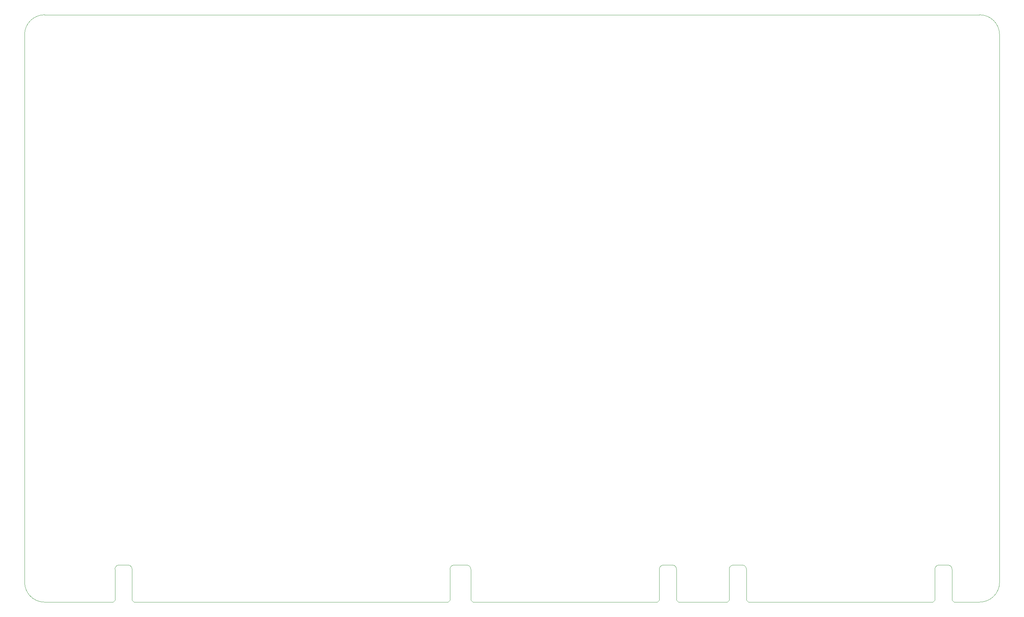
<source format=gm1>
%TF.GenerationSoftware,KiCad,Pcbnew,8.0.4*%
%TF.CreationDate,2024-08-10T12:49:49+02:00*%
%TF.ProjectId,Processor Board,50726f63-6573-4736-9f72-20426f617264,rev?*%
%TF.SameCoordinates,PX10f6c60PY1360f00*%
%TF.FileFunction,Profile,NP*%
%FSLAX46Y46*%
G04 Gerber Fmt 4.6, Leading zero omitted, Abs format (unit mm)*
G04 Created by KiCad (PCBNEW 8.0.4) date 2024-08-10 12:49:49*
%MOMM*%
%LPD*%
G01*
G04 APERTURE LIST*
%TA.AperFunction,Profile*%
%ADD10C,0.100000*%
%TD*%
G04 APERTURE END LIST*
D10*
X237997999Y5842000D02*
X-770000Y5842000D01*
X173558200Y-144145000D02*
X161101544Y-144145000D01*
X243086000Y-139065001D02*
X243077999Y762000D01*
X-5850000Y762000D02*
G75*
G02*
X-770000Y5842000I5080000J0D01*
G01*
X238006000Y-144145001D02*
X231455048Y-144145001D01*
X-5842000Y-139065000D02*
X-5850000Y762000D01*
X-762000Y-144145000D02*
G75*
G02*
X-5842000Y-139065000I0J5080000D01*
G01*
X237998000Y5842000D02*
G75*
G02*
X243078000Y762000I0J-5080000D01*
G01*
X16713200Y-144145000D02*
X-762000Y-144145001D01*
X243086000Y-139065001D02*
G75*
G02*
X238006000Y-144145000I-5080000J1D01*
G01*
%TO.C,J1*%
X174058200Y-135745000D02*
X174058200Y-143645000D01*
X174058200Y-143645000D02*
X173558200Y-144145000D01*
X175135248Y-134678201D02*
X177368200Y-134678201D01*
X178445248Y-135745000D02*
X178445248Y-143645000D01*
X178445248Y-143645000D02*
X178945248Y-144145000D01*
X226070248Y-144145000D02*
X178945248Y-144145000D01*
X226570248Y-135745000D02*
X226570248Y-143645000D01*
X226570248Y-143645000D02*
X226070248Y-144145000D01*
X227647296Y-134678201D02*
X229880248Y-134678201D01*
X230957296Y-135745000D02*
X230957296Y-143645000D01*
X230957296Y-143645000D02*
X231457296Y-144145000D01*
X174058200Y-135745000D02*
G75*
G02*
X175135248Y-134678201I1071932J-5133D01*
G01*
X177368200Y-134678201D02*
G75*
G02*
X178445249Y-135745000I5130J-1071919D01*
G01*
X226570248Y-135745000D02*
G75*
G02*
X227647296Y-134678148I1071952J-5100D01*
G01*
X229880248Y-134678201D02*
G75*
G02*
X230957299Y-135745000I5152J-1071899D01*
G01*
%TO.C,J5*%
X17213200Y-135732000D02*
X17213200Y-143645000D01*
X17213200Y-143645000D02*
X16713200Y-144145000D01*
X20523200Y-134665201D02*
X18290248Y-134665201D01*
X21600248Y-135732000D02*
X21600248Y-143645000D01*
X21600248Y-143645000D02*
X22100248Y-144145000D01*
X102253248Y-144145000D02*
X22100248Y-144145000D01*
X102753248Y-135745000D02*
X102753248Y-143645000D01*
X102753248Y-143645000D02*
X102253248Y-144145000D01*
X103830296Y-134678201D02*
X107010200Y-134678201D01*
X108087248Y-135745000D02*
X108087248Y-143645000D01*
X108087248Y-143645000D02*
X108587248Y-144145000D01*
X155712248Y-144145000D02*
X108587248Y-144145000D01*
X156212248Y-135745000D02*
X156212248Y-143645000D01*
X156212248Y-143645000D02*
X155712248Y-144145000D01*
X157289296Y-134678201D02*
X159522248Y-134678201D01*
X160599296Y-135745000D02*
X160599296Y-143645000D01*
X160599296Y-143645000D02*
X161099296Y-144145000D01*
X17213200Y-135732000D02*
G75*
G02*
X18290248Y-134665201I1071932J-5133D01*
G01*
X20523200Y-134665201D02*
G75*
G02*
X21600249Y-135732000I5130J-1071919D01*
G01*
X102753248Y-135745000D02*
G75*
G02*
X103830296Y-134678148I1071952J-5100D01*
G01*
X107010200Y-134678201D02*
G75*
G02*
X108087199Y-135745000I5100J-1071899D01*
G01*
X156212248Y-135745000D02*
G75*
G02*
X157289296Y-134678148I1071952J-5100D01*
G01*
X159522248Y-134678201D02*
G75*
G02*
X160599299Y-135745000I5152J-1071899D01*
G01*
%TD*%
M02*

</source>
